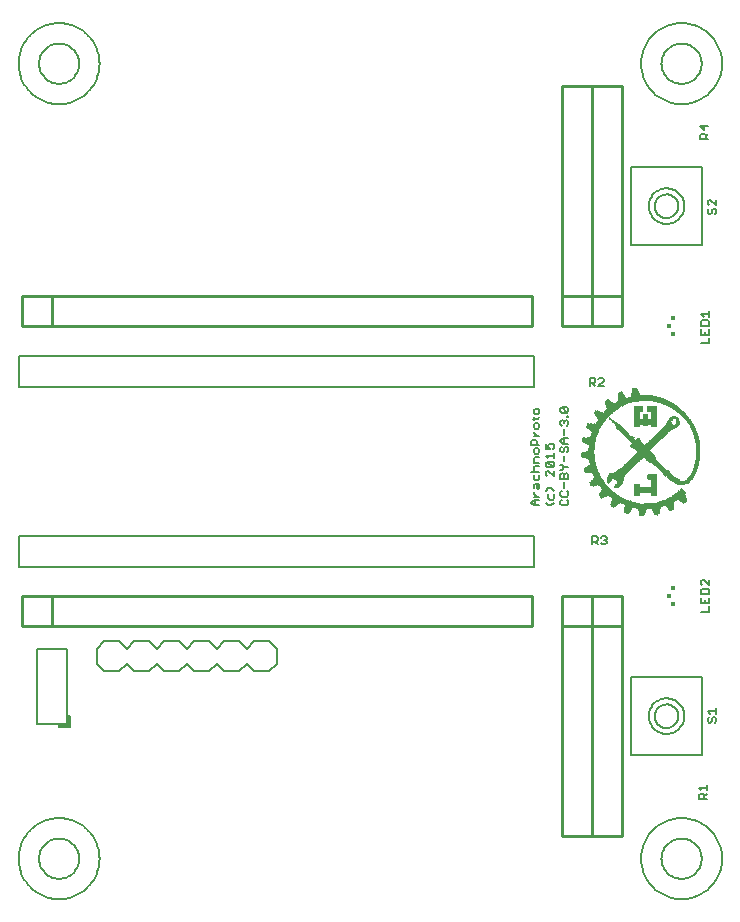
<source format=gto>
G75*
%MOIN*%
%OFA0B0*%
%FSLAX24Y24*%
%IPPOS*%
%LPD*%
%AMOC8*
5,1,8,0,0,1.08239X$1,22.5*
%
%ADD10C,0.0050*%
%ADD11C,0.0100*%
%ADD12R,0.0167X0.0128*%
%ADD13R,0.0138X0.0138*%
%ADD14R,0.0017X0.0483*%
%ADD15R,0.0017X0.0700*%
%ADD16R,0.0017X0.0867*%
%ADD17R,0.0017X0.1000*%
%ADD18R,0.0017X0.1117*%
%ADD19R,0.0017X0.1217*%
%ADD20R,0.0017X0.1300*%
%ADD21R,0.0017X0.0517*%
%ADD22R,0.0017X0.0550*%
%ADD23R,0.0017X0.0450*%
%ADD24R,0.0017X0.0400*%
%ADD25R,0.0017X0.0417*%
%ADD26R,0.0017X0.0367*%
%ADD27R,0.0017X0.0383*%
%ADD28R,0.0017X0.0333*%
%ADD29R,0.0017X0.0350*%
%ADD30R,0.0017X0.0317*%
%ADD31R,0.0017X0.0283*%
%ADD32R,0.0017X0.0300*%
%ADD33R,0.0017X0.0283*%
%ADD34R,0.0017X0.0283*%
%ADD35R,0.0017X0.0250*%
%ADD36R,0.0017X0.0233*%
%ADD37R,0.0017X0.0267*%
%ADD38R,0.0017X0.0217*%
%ADD39R,0.0017X0.0267*%
%ADD40R,0.0017X0.0200*%
%ADD41R,0.0017X0.0250*%
%ADD42R,0.0017X0.0183*%
%ADD43R,0.0017X0.0233*%
%ADD44R,0.0017X0.0183*%
%ADD45R,0.0017X0.0183*%
%ADD46R,0.0017X0.0167*%
%ADD47R,0.0017X0.0167*%
%ADD48R,0.0017X0.0217*%
%ADD49R,0.0017X0.0067*%
%ADD50R,0.0017X0.0150*%
%ADD51R,0.0017X0.0200*%
%ADD52R,0.0017X0.0133*%
%ADD53R,0.0017X0.0217*%
%ADD54R,0.0017X0.0017*%
%ADD55R,0.0017X0.0133*%
%ADD56R,0.0017X0.0217*%
%ADD57R,0.0017X0.0050*%
%ADD58R,0.0017X0.0300*%
%ADD59R,0.0017X0.0083*%
%ADD60R,0.0017X0.0133*%
%ADD61R,0.0017X0.0433*%
%ADD62R,0.0017X0.0133*%
%ADD63R,0.0017X0.0117*%
%ADD64R,0.0017X0.0467*%
%ADD65R,0.0017X0.0117*%
%ADD66R,0.0017X0.0483*%
%ADD67R,0.0017X0.0467*%
%ADD68R,0.0017X0.0383*%
%ADD69R,0.0017X0.0350*%
%ADD70R,0.0017X0.0150*%
%ADD71R,0.0017X0.0317*%
%ADD72R,0.0017X0.0283*%
%ADD73R,0.0017X0.0167*%
%ADD74R,0.0017X0.0267*%
%ADD75R,0.0017X0.0167*%
%ADD76R,0.0017X0.0100*%
%ADD77R,0.0017X0.0100*%
%ADD78R,0.0017X0.0233*%
%ADD79R,0.0017X0.0117*%
%ADD80R,0.0017X0.0500*%
%ADD81R,0.0017X0.0083*%
%ADD82R,0.0017X0.0500*%
%ADD83R,0.0017X0.0483*%
%ADD84R,0.0017X0.0233*%
%ADD85R,0.0017X0.0450*%
%ADD86R,0.0017X0.0433*%
%ADD87R,0.0017X0.0417*%
%ADD88R,0.0017X0.0183*%
%ADD89R,0.0017X0.0433*%
%ADD90R,0.0017X0.0333*%
%ADD91R,0.0017X0.0400*%
%ADD92R,0.0017X0.0367*%
%ADD93R,0.0017X0.0017*%
%ADD94R,0.0017X0.0333*%
%ADD95R,0.0017X0.0383*%
%ADD96R,0.0017X0.0433*%
%ADD97R,0.0017X0.0717*%
%ADD98R,0.0017X0.0700*%
%ADD99R,0.0017X0.0717*%
%ADD100R,0.0017X0.0317*%
%ADD101R,0.0017X0.0333*%
%ADD102R,0.0017X0.0733*%
%ADD103R,0.0017X0.0717*%
%ADD104R,0.0017X0.0683*%
%ADD105R,0.0017X0.0650*%
%ADD106R,0.0017X0.0617*%
%ADD107R,0.0017X0.0600*%
%ADD108R,0.0017X0.0567*%
%ADD109R,0.0017X0.0367*%
%ADD110R,0.0017X0.0533*%
%ADD111R,0.0017X0.0367*%
%ADD112R,0.0017X0.0417*%
%ADD113R,0.0017X0.0550*%
%ADD114R,0.0017X0.0583*%
%ADD115R,0.0017X0.0733*%
%ADD116R,0.0017X0.0383*%
%ADD117R,0.0017X0.0767*%
%ADD118R,0.0017X0.0783*%
%ADD119R,0.0017X0.0033*%
%ADD120R,0.0017X0.0067*%
%ADD121R,0.0017X0.0533*%
%ADD122R,0.0017X0.0567*%
%ADD123R,0.0017X0.0517*%
%ADD124R,0.0017X0.0567*%
%ADD125R,0.0017X0.0517*%
%ADD126R,0.0017X0.0317*%
%ADD127R,0.0017X0.0067*%
%ADD128R,0.0017X0.0033*%
%ADD129R,0.0017X0.0467*%
%ADD130R,0.0017X0.0583*%
%ADD131R,0.0017X0.0600*%
%ADD132R,0.0017X0.0633*%
%ADD133R,0.0017X0.0683*%
%ADD134R,0.0017X0.0650*%
%ADD135R,0.0017X0.0717*%
%ADD136R,0.0017X0.0533*%
%ADD137R,0.0017X0.0883*%
%ADD138R,0.0017X0.0750*%
%ADD139R,0.0017X0.0883*%
%ADD140R,0.0017X0.0033*%
%ADD141R,0.0017X0.1717*%
%ADD142R,0.0017X0.1683*%
%ADD143R,0.0017X0.1650*%
%ADD144R,0.0017X0.1633*%
%ADD145R,0.0017X0.1333*%
%ADD146R,0.0017X0.1283*%
%ADD147R,0.0017X0.1233*%
%ADD148R,0.0017X0.1183*%
%ADD149R,0.0017X0.0867*%
%ADD150R,0.0017X0.0767*%
%ADD151R,0.0017X0.0050*%
%ADD152C,0.0060*%
%ADD153C,0.0080*%
D10*
X001050Y006300D02*
X001050Y008800D01*
X002050Y008800D01*
X002050Y006550D01*
X002100Y006550D01*
X002150Y006550D01*
X002150Y006200D01*
X001800Y006200D01*
X001800Y006250D01*
X001800Y006300D01*
X001050Y006300D01*
X001800Y006300D02*
X002050Y006300D01*
X002050Y006550D01*
X002100Y006550D02*
X002100Y006250D01*
X001800Y006250D01*
X000452Y011538D02*
X000452Y012562D01*
X017648Y012562D01*
X017648Y011538D01*
X000452Y011538D01*
X000452Y017538D02*
X000452Y018562D01*
X017648Y018562D01*
X017648Y017538D01*
X000452Y017538D01*
X017590Y016468D02*
X017770Y016468D01*
X017815Y016513D01*
X017770Y016620D02*
X017815Y016665D01*
X017815Y016755D01*
X017770Y016800D01*
X017680Y016800D01*
X017635Y016755D01*
X017635Y016665D01*
X017680Y016620D01*
X017770Y016620D01*
X017635Y016513D02*
X017635Y016423D01*
X017680Y016309D02*
X017635Y016264D01*
X017635Y016174D01*
X017680Y016129D01*
X017770Y016129D01*
X017815Y016174D01*
X017815Y016264D01*
X017770Y016309D01*
X017680Y016309D01*
X017635Y016018D02*
X017635Y015973D01*
X017725Y015883D01*
X017815Y015883D02*
X017635Y015883D01*
X017680Y015769D02*
X017725Y015724D01*
X017725Y015588D01*
X017815Y015588D02*
X017545Y015588D01*
X017545Y015724D01*
X017590Y015769D01*
X017680Y015769D01*
X017680Y015474D02*
X017635Y015429D01*
X017635Y015339D01*
X017680Y015294D01*
X017770Y015294D01*
X017815Y015339D01*
X017815Y015429D01*
X017770Y015474D01*
X017680Y015474D01*
X017680Y015179D02*
X017815Y015179D01*
X017680Y015179D02*
X017635Y015134D01*
X017635Y014999D01*
X017815Y014999D01*
X017815Y014885D02*
X017680Y014885D01*
X017635Y014840D01*
X017635Y014750D01*
X017680Y014704D01*
X017635Y014590D02*
X017635Y014455D01*
X017680Y014410D01*
X017770Y014410D01*
X017815Y014455D01*
X017815Y014590D01*
X017815Y014704D02*
X017545Y014704D01*
X017680Y014295D02*
X017815Y014295D01*
X017815Y014160D01*
X017770Y014115D01*
X017725Y014160D01*
X017725Y014295D01*
X017680Y014295D02*
X017635Y014250D01*
X017635Y014160D01*
X017635Y014005D02*
X017635Y013960D01*
X017725Y013870D01*
X017815Y013870D02*
X017635Y013870D01*
X017635Y013755D02*
X017815Y013755D01*
X017680Y013755D02*
X017680Y013575D01*
X017635Y013575D02*
X017545Y013665D01*
X017635Y013755D01*
X017635Y013575D02*
X017815Y013575D01*
X018025Y013665D02*
X018115Y013575D01*
X018205Y013575D01*
X018295Y013665D01*
X018250Y013771D02*
X018295Y013816D01*
X018295Y013952D01*
X018295Y014066D02*
X018205Y014156D01*
X018115Y014156D01*
X018025Y014066D01*
X018115Y013952D02*
X018115Y013816D01*
X018160Y013771D01*
X018250Y013771D01*
X018505Y013710D02*
X018505Y013620D01*
X018550Y013575D01*
X018730Y013575D01*
X018775Y013620D01*
X018775Y013710D01*
X018730Y013755D01*
X018730Y013870D02*
X018775Y013915D01*
X018775Y014005D01*
X018730Y014050D01*
X018640Y014164D02*
X018640Y014344D01*
X018640Y014459D02*
X018640Y014594D01*
X018685Y014639D01*
X018730Y014639D01*
X018775Y014594D01*
X018775Y014459D01*
X018505Y014459D01*
X018505Y014594D01*
X018550Y014639D01*
X018595Y014639D01*
X018640Y014594D01*
X018550Y014754D02*
X018505Y014754D01*
X018550Y014754D02*
X018640Y014844D01*
X018775Y014844D01*
X018640Y014844D02*
X018550Y014934D01*
X018505Y014934D01*
X018640Y015048D02*
X018640Y015228D01*
X018595Y015343D02*
X018640Y015388D01*
X018640Y015478D01*
X018685Y015523D01*
X018730Y015523D01*
X018775Y015478D01*
X018775Y015388D01*
X018730Y015343D01*
X018595Y015343D02*
X018550Y015343D01*
X018505Y015388D01*
X018505Y015478D01*
X018550Y015523D01*
X018595Y015638D02*
X018505Y015728D01*
X018595Y015818D01*
X018775Y015818D01*
X018640Y015818D02*
X018640Y015638D01*
X018595Y015638D02*
X018775Y015638D01*
X018640Y015932D02*
X018640Y016112D01*
X018730Y016227D02*
X018775Y016272D01*
X018775Y016362D01*
X018730Y016407D01*
X018685Y016407D01*
X018640Y016362D01*
X018640Y016317D01*
X018640Y016362D02*
X018595Y016407D01*
X018550Y016407D01*
X018505Y016362D01*
X018505Y016272D01*
X018550Y016227D01*
X018730Y016522D02*
X018730Y016567D01*
X018775Y016567D01*
X018775Y016522D01*
X018730Y016522D01*
X018730Y016669D02*
X018550Y016849D01*
X018730Y016849D01*
X018775Y016804D01*
X018775Y016714D01*
X018730Y016669D01*
X018550Y016669D01*
X018505Y016714D01*
X018505Y016804D01*
X018550Y016849D01*
X019486Y017555D02*
X019486Y017825D01*
X019621Y017825D01*
X019666Y017780D01*
X019666Y017690D01*
X019621Y017645D01*
X019486Y017645D01*
X019576Y017645D02*
X019666Y017555D01*
X019780Y017555D02*
X019961Y017735D01*
X019961Y017780D01*
X019915Y017825D01*
X019825Y017825D01*
X019780Y017780D01*
X019780Y017555D02*
X019961Y017555D01*
X018250Y015621D02*
X018295Y015576D01*
X018295Y015486D01*
X018250Y015441D01*
X018160Y015441D02*
X018115Y015531D01*
X018115Y015576D01*
X018160Y015621D01*
X018250Y015621D01*
X018160Y015441D02*
X018025Y015441D01*
X018025Y015621D01*
X018025Y015237D02*
X018295Y015237D01*
X018295Y015327D02*
X018295Y015146D01*
X018250Y015032D02*
X018295Y014987D01*
X018295Y014897D01*
X018250Y014852D01*
X018070Y015032D01*
X018250Y015032D01*
X018115Y015146D02*
X018025Y015237D01*
X018070Y015032D02*
X018025Y014987D01*
X018025Y014897D01*
X018070Y014852D01*
X018250Y014852D01*
X018295Y014737D02*
X018295Y014557D01*
X018115Y014737D01*
X018070Y014737D01*
X018025Y014692D01*
X018025Y014602D01*
X018070Y014557D01*
X018550Y014050D02*
X018505Y014005D01*
X018505Y013915D01*
X018550Y013870D01*
X018730Y013870D01*
X018550Y013755D02*
X018505Y013710D01*
X019575Y012545D02*
X019575Y012275D01*
X019575Y012365D02*
X019710Y012365D01*
X019755Y012410D01*
X019755Y012500D01*
X019710Y012545D01*
X019575Y012545D01*
X019665Y012365D02*
X019755Y012275D01*
X019870Y012320D02*
X019915Y012275D01*
X020005Y012275D01*
X020050Y012320D01*
X020050Y012365D01*
X020005Y012410D01*
X019960Y012410D01*
X020005Y012410D02*
X020050Y012455D01*
X020050Y012500D01*
X020005Y012545D01*
X019915Y012545D01*
X019870Y012500D01*
X023195Y011044D02*
X023195Y010954D01*
X023240Y010909D01*
X023240Y010794D02*
X023195Y010749D01*
X023195Y010614D01*
X023465Y010614D01*
X023465Y010749D01*
X023420Y010794D01*
X023240Y010794D01*
X023465Y010909D02*
X023285Y011089D01*
X023240Y011089D01*
X023195Y011044D01*
X023465Y011089D02*
X023465Y010909D01*
X023465Y010500D02*
X023465Y010320D01*
X023195Y010320D01*
X023195Y010500D01*
X023330Y010410D02*
X023330Y010320D01*
X023465Y010205D02*
X023465Y010025D01*
X023195Y010025D01*
X023231Y007849D02*
X020869Y007849D01*
X020869Y005251D01*
X023231Y005251D01*
X023231Y007849D01*
X023695Y006811D02*
X023695Y006630D01*
X023695Y006720D02*
X023425Y006720D01*
X023515Y006630D01*
X023470Y006516D02*
X023425Y006471D01*
X023425Y006381D01*
X023470Y006336D01*
X023515Y006336D01*
X023560Y006381D01*
X023560Y006471D01*
X023605Y006516D01*
X023650Y006516D01*
X023695Y006471D01*
X023695Y006381D01*
X023650Y006336D01*
X021656Y006550D02*
X021658Y006589D01*
X021664Y006628D01*
X021674Y006666D01*
X021687Y006703D01*
X021704Y006738D01*
X021724Y006772D01*
X021748Y006803D01*
X021775Y006832D01*
X021804Y006858D01*
X021836Y006881D01*
X021870Y006901D01*
X021906Y006917D01*
X021943Y006929D01*
X021982Y006938D01*
X022021Y006943D01*
X022060Y006944D01*
X022099Y006941D01*
X022138Y006934D01*
X022175Y006923D01*
X022212Y006909D01*
X022247Y006891D01*
X022280Y006870D01*
X022311Y006845D01*
X022339Y006818D01*
X022364Y006788D01*
X022386Y006755D01*
X022405Y006721D01*
X022420Y006685D01*
X022432Y006647D01*
X022440Y006609D01*
X022444Y006570D01*
X022444Y006530D01*
X022440Y006491D01*
X022432Y006453D01*
X022420Y006415D01*
X022405Y006379D01*
X022386Y006345D01*
X022364Y006312D01*
X022339Y006282D01*
X022311Y006255D01*
X022280Y006230D01*
X022247Y006209D01*
X022212Y006191D01*
X022175Y006177D01*
X022138Y006166D01*
X022099Y006159D01*
X022060Y006156D01*
X022021Y006157D01*
X021982Y006162D01*
X021943Y006171D01*
X021906Y006183D01*
X021870Y006199D01*
X021836Y006219D01*
X021804Y006242D01*
X021775Y006268D01*
X021748Y006297D01*
X021724Y006328D01*
X021704Y006362D01*
X021687Y006397D01*
X021674Y006434D01*
X021664Y006472D01*
X021658Y006511D01*
X021656Y006550D01*
X021458Y006550D02*
X021460Y006598D01*
X021466Y006646D01*
X021476Y006693D01*
X021489Y006740D01*
X021507Y006785D01*
X021528Y006828D01*
X021552Y006870D01*
X021580Y006910D01*
X021611Y006947D01*
X021644Y006981D01*
X021681Y007013D01*
X021720Y007041D01*
X021761Y007067D01*
X021804Y007089D01*
X021849Y007107D01*
X021895Y007121D01*
X021942Y007132D01*
X021990Y007139D01*
X022038Y007142D01*
X022086Y007141D01*
X022134Y007136D01*
X022182Y007127D01*
X022228Y007114D01*
X022274Y007098D01*
X022318Y007078D01*
X022360Y007054D01*
X022400Y007028D01*
X022438Y006997D01*
X022473Y006964D01*
X022505Y006928D01*
X022535Y006890D01*
X022561Y006849D01*
X022583Y006807D01*
X022603Y006763D01*
X022618Y006717D01*
X022630Y006670D01*
X022638Y006622D01*
X022642Y006574D01*
X022642Y006526D01*
X022638Y006478D01*
X022630Y006430D01*
X022618Y006383D01*
X022603Y006337D01*
X022583Y006293D01*
X022561Y006251D01*
X022535Y006210D01*
X022505Y006172D01*
X022473Y006136D01*
X022438Y006103D01*
X022400Y006072D01*
X022360Y006046D01*
X022318Y006022D01*
X022274Y006002D01*
X022228Y005986D01*
X022182Y005973D01*
X022134Y005964D01*
X022086Y005959D01*
X022038Y005958D01*
X021990Y005961D01*
X021942Y005968D01*
X021895Y005979D01*
X021849Y005993D01*
X021804Y006011D01*
X021761Y006033D01*
X021720Y006059D01*
X021681Y006087D01*
X021644Y006119D01*
X021611Y006153D01*
X021580Y006190D01*
X021552Y006230D01*
X021528Y006272D01*
X021507Y006315D01*
X021489Y006360D01*
X021476Y006407D01*
X021466Y006454D01*
X021460Y006502D01*
X021458Y006550D01*
X023125Y004170D02*
X023395Y004170D01*
X023395Y004080D02*
X023395Y004261D01*
X023215Y004080D02*
X023125Y004170D01*
X023170Y003966D02*
X023125Y003921D01*
X023125Y003786D01*
X023395Y003786D01*
X023305Y003786D02*
X023305Y003921D01*
X023260Y003966D01*
X023170Y003966D01*
X023305Y003876D02*
X023395Y003966D01*
X023465Y018975D02*
X023195Y018975D01*
X023465Y018975D02*
X023465Y019155D01*
X023465Y019270D02*
X023195Y019270D01*
X023195Y019450D01*
X023195Y019564D02*
X023195Y019699D01*
X023240Y019744D01*
X023420Y019744D01*
X023465Y019699D01*
X023465Y019564D01*
X023195Y019564D01*
X023330Y019360D02*
X023330Y019270D01*
X023465Y019270D02*
X023465Y019450D01*
X023465Y019859D02*
X023465Y020039D01*
X023465Y019949D02*
X023195Y019949D01*
X023285Y019859D01*
X023231Y022251D02*
X020869Y022251D01*
X020869Y024849D01*
X023231Y024849D01*
X023231Y022251D01*
X023470Y023286D02*
X023515Y023286D01*
X023560Y023331D01*
X023560Y023421D01*
X023605Y023466D01*
X023650Y023466D01*
X023695Y023421D01*
X023695Y023331D01*
X023650Y023286D01*
X023470Y023286D02*
X023425Y023331D01*
X023425Y023421D01*
X023470Y023466D01*
X023470Y023580D02*
X023425Y023625D01*
X023425Y023715D01*
X023470Y023761D01*
X023515Y023761D01*
X023695Y023580D01*
X023695Y023761D01*
X021656Y023550D02*
X021658Y023589D01*
X021664Y023628D01*
X021674Y023666D01*
X021687Y023703D01*
X021704Y023738D01*
X021724Y023772D01*
X021748Y023803D01*
X021775Y023832D01*
X021804Y023858D01*
X021836Y023881D01*
X021870Y023901D01*
X021906Y023917D01*
X021943Y023929D01*
X021982Y023938D01*
X022021Y023943D01*
X022060Y023944D01*
X022099Y023941D01*
X022138Y023934D01*
X022175Y023923D01*
X022212Y023909D01*
X022247Y023891D01*
X022280Y023870D01*
X022311Y023845D01*
X022339Y023818D01*
X022364Y023788D01*
X022386Y023755D01*
X022405Y023721D01*
X022420Y023685D01*
X022432Y023647D01*
X022440Y023609D01*
X022444Y023570D01*
X022444Y023530D01*
X022440Y023491D01*
X022432Y023453D01*
X022420Y023415D01*
X022405Y023379D01*
X022386Y023345D01*
X022364Y023312D01*
X022339Y023282D01*
X022311Y023255D01*
X022280Y023230D01*
X022247Y023209D01*
X022212Y023191D01*
X022175Y023177D01*
X022138Y023166D01*
X022099Y023159D01*
X022060Y023156D01*
X022021Y023157D01*
X021982Y023162D01*
X021943Y023171D01*
X021906Y023183D01*
X021870Y023199D01*
X021836Y023219D01*
X021804Y023242D01*
X021775Y023268D01*
X021748Y023297D01*
X021724Y023328D01*
X021704Y023362D01*
X021687Y023397D01*
X021674Y023434D01*
X021664Y023472D01*
X021658Y023511D01*
X021656Y023550D01*
X021458Y023550D02*
X021460Y023598D01*
X021466Y023646D01*
X021476Y023693D01*
X021489Y023740D01*
X021507Y023785D01*
X021528Y023828D01*
X021552Y023870D01*
X021580Y023910D01*
X021611Y023947D01*
X021644Y023981D01*
X021681Y024013D01*
X021720Y024041D01*
X021761Y024067D01*
X021804Y024089D01*
X021849Y024107D01*
X021895Y024121D01*
X021942Y024132D01*
X021990Y024139D01*
X022038Y024142D01*
X022086Y024141D01*
X022134Y024136D01*
X022182Y024127D01*
X022228Y024114D01*
X022274Y024098D01*
X022318Y024078D01*
X022360Y024054D01*
X022400Y024028D01*
X022438Y023997D01*
X022473Y023964D01*
X022505Y023928D01*
X022535Y023890D01*
X022561Y023849D01*
X022583Y023807D01*
X022603Y023763D01*
X022618Y023717D01*
X022630Y023670D01*
X022638Y023622D01*
X022642Y023574D01*
X022642Y023526D01*
X022638Y023478D01*
X022630Y023430D01*
X022618Y023383D01*
X022603Y023337D01*
X022583Y023293D01*
X022561Y023251D01*
X022535Y023210D01*
X022505Y023172D01*
X022473Y023136D01*
X022438Y023103D01*
X022400Y023072D01*
X022360Y023046D01*
X022318Y023022D01*
X022274Y023002D01*
X022228Y022986D01*
X022182Y022973D01*
X022134Y022964D01*
X022086Y022959D01*
X022038Y022958D01*
X021990Y022961D01*
X021942Y022968D01*
X021895Y022979D01*
X021849Y022993D01*
X021804Y023011D01*
X021761Y023033D01*
X021720Y023059D01*
X021681Y023087D01*
X021644Y023119D01*
X021611Y023153D01*
X021580Y023190D01*
X021552Y023230D01*
X021528Y023272D01*
X021507Y023315D01*
X021489Y023360D01*
X021476Y023407D01*
X021466Y023454D01*
X021460Y023502D01*
X021458Y023550D01*
X023175Y025786D02*
X023175Y025921D01*
X023220Y025966D01*
X023310Y025966D01*
X023355Y025921D01*
X023355Y025786D01*
X023355Y025876D02*
X023445Y025966D01*
X023310Y026080D02*
X023310Y026261D01*
X023445Y026215D02*
X023175Y026215D01*
X023310Y026080D01*
X023445Y025786D02*
X023175Y025786D01*
D11*
X020550Y027550D02*
X020550Y019550D01*
X019550Y019550D01*
X019550Y020550D01*
X020550Y020550D01*
X019550Y020550D02*
X019550Y027550D01*
X020550Y027550D01*
X019550Y027550D02*
X019550Y019550D01*
X018550Y019550D01*
X018550Y020550D01*
X019550Y020550D01*
X018550Y020550D02*
X018550Y027550D01*
X019550Y027550D01*
X017550Y020550D02*
X017550Y019550D01*
X000550Y019550D01*
X000550Y020550D01*
X001550Y020550D01*
X001550Y019550D01*
X001550Y020550D02*
X017550Y020550D01*
X017550Y010550D02*
X017550Y009550D01*
X000550Y009550D01*
X000550Y010550D01*
X001550Y010550D01*
X001550Y009550D01*
X001550Y010550D02*
X017550Y010550D01*
X018550Y010550D02*
X018550Y002550D01*
X019550Y002550D01*
X019550Y009550D01*
X018550Y009550D01*
X018550Y010550D02*
X019550Y010550D01*
X019550Y009550D01*
X020550Y009550D01*
X020550Y002550D01*
X019550Y002550D01*
X019550Y010550D01*
X020550Y010550D01*
X020550Y009550D01*
D12*
X022271Y010279D03*
X022271Y010821D03*
X022271Y019279D03*
X022271Y019821D03*
D13*
X022119Y019550D03*
X022119Y010550D03*
D14*
X022183Y013617D03*
X022217Y013633D03*
X022233Y013633D03*
X023167Y015367D03*
X020167Y016817D03*
X019733Y016117D03*
X019767Y014483D03*
D15*
X021000Y016525D03*
X021050Y016525D03*
X021100Y016525D03*
X021150Y016525D03*
X021600Y016525D03*
X021650Y016525D03*
X021700Y016525D03*
X023150Y015375D03*
D16*
X023133Y015375D03*
D17*
X023117Y015375D03*
D18*
X023100Y015383D03*
D19*
X023083Y015383D03*
D20*
X023067Y015375D03*
D21*
X023050Y014950D03*
X021250Y015400D03*
X020300Y013750D03*
D22*
X020550Y014533D03*
X019850Y016433D03*
X023050Y015800D03*
D23*
X023033Y015883D03*
X022167Y016267D03*
X021283Y015400D03*
X021083Y015583D03*
X019783Y014467D03*
X020683Y013550D03*
X020717Y013533D03*
X020733Y013533D03*
X020767Y013517D03*
X020783Y013517D03*
X021767Y013467D03*
X022167Y013617D03*
X022617Y013867D03*
X022633Y013850D03*
X023033Y014867D03*
X021067Y017267D03*
X020983Y017250D03*
D24*
X020917Y017208D03*
X020617Y017092D03*
X020217Y016825D03*
X020917Y015675D03*
X020933Y015675D03*
X020633Y014692D03*
X020383Y013742D03*
X020817Y013525D03*
X021317Y013442D03*
X022133Y013625D03*
X022533Y013908D03*
X023017Y014808D03*
D25*
X023017Y015950D03*
X021083Y017250D03*
X020367Y013750D03*
D26*
X020850Y013542D03*
X023000Y014758D03*
X022050Y016108D03*
D27*
X023000Y016000D03*
X020400Y013750D03*
D28*
X020083Y014058D03*
X019867Y014358D03*
X020717Y014792D03*
X020733Y014808D03*
X020767Y014842D03*
X020783Y014858D03*
X020817Y014892D03*
X020833Y014908D03*
X020867Y014942D03*
X020883Y014958D03*
X020917Y014992D03*
X020933Y015008D03*
X020967Y015042D03*
X020983Y015058D03*
X021017Y015092D03*
X021033Y015108D03*
X021067Y015142D03*
X021083Y015158D03*
X021583Y015642D03*
X021633Y015692D03*
X021683Y015742D03*
X021733Y015792D03*
X021783Y015842D03*
X021833Y015892D03*
X021883Y015942D03*
X022417Y016342D03*
X022967Y016092D03*
X022983Y014708D03*
D29*
X022117Y013633D03*
X020683Y014767D03*
X021033Y015583D03*
X021017Y015600D03*
X021517Y015583D03*
X021533Y015600D03*
X021917Y015967D03*
X021933Y015983D03*
X021967Y016017D03*
X021983Y016033D03*
X022017Y016067D03*
X022033Y016083D03*
X022983Y016050D03*
X021117Y017217D03*
X020067Y014067D03*
X020417Y013750D03*
D30*
X019917Y014283D03*
X020983Y015617D03*
X021567Y015167D03*
X021617Y015117D03*
X021667Y015067D03*
X022967Y014667D03*
X020017Y016567D03*
X019983Y016517D03*
D31*
X022950Y014633D03*
D32*
X022950Y016125D03*
X020900Y017142D03*
X020050Y016592D03*
X020000Y016542D03*
X020150Y014458D03*
X020450Y013758D03*
D33*
X021367Y013500D03*
X022067Y013650D03*
X022933Y014600D03*
X022917Y016200D03*
X019767Y016600D03*
D34*
X020083Y016633D03*
X019567Y016167D03*
X020683Y017067D03*
X020367Y014567D03*
X021133Y013517D03*
X021617Y013517D03*
X022933Y016167D03*
D35*
X022867Y016283D03*
X022917Y014567D03*
X022433Y013900D03*
X022417Y013883D03*
X022367Y013850D03*
X022317Y013817D03*
X022683Y013783D03*
X022183Y014533D03*
X022083Y014633D03*
X022017Y014667D03*
X021983Y014700D03*
X021967Y014717D03*
X020483Y013767D03*
X020233Y013950D03*
X020183Y013983D03*
X020167Y014000D03*
X020133Y014033D03*
X019883Y013933D03*
X019617Y014333D03*
X019467Y014783D03*
X019417Y015250D03*
X019383Y015250D03*
X019417Y015717D03*
X019433Y015717D03*
X019533Y016183D03*
X020067Y016950D03*
X020317Y016833D03*
X020367Y016867D03*
X020383Y016883D03*
X020417Y016900D03*
X020433Y016917D03*
X020333Y014567D03*
X020217Y014533D03*
X020117Y014433D03*
D36*
X020500Y013758D03*
X020250Y013642D03*
X021200Y014092D03*
X021250Y014092D03*
X021300Y014092D03*
X021350Y014092D03*
X021400Y014092D03*
X021450Y014092D03*
X021500Y014092D03*
X021550Y014092D03*
X022050Y014642D03*
X021750Y014942D03*
X021700Y014992D03*
X020900Y015758D03*
X020850Y015792D03*
X020800Y015842D03*
X021200Y016358D03*
X021250Y016358D03*
X021450Y016358D03*
X021500Y016358D03*
X021550Y016358D03*
X020850Y017092D03*
X020750Y017058D03*
X022800Y016392D03*
X022900Y014542D03*
X022350Y013842D03*
X022300Y013808D03*
D37*
X022150Y014575D03*
X022100Y014625D03*
X020900Y013575D03*
X019550Y016175D03*
X020300Y016825D03*
X021150Y017175D03*
X022900Y016225D03*
D38*
X022767Y016433D03*
X022467Y016333D03*
X021383Y017167D03*
X021367Y017167D03*
X021333Y017167D03*
X021317Y017167D03*
X021283Y017167D03*
X021267Y017167D03*
X021233Y017167D03*
X021217Y017167D03*
X021183Y017167D03*
X021167Y017167D03*
X020817Y017083D03*
X020767Y017067D03*
X020867Y015783D03*
X021767Y014933D03*
X021783Y014917D03*
X021817Y014883D03*
X021833Y014867D03*
X021867Y014833D03*
X021883Y014817D03*
X021917Y014783D03*
X021933Y014767D03*
X022267Y014467D03*
X022317Y014433D03*
X022867Y014483D03*
X022883Y014517D03*
X022033Y013667D03*
X022017Y013667D03*
X020567Y013733D03*
X020317Y014567D03*
X020283Y014567D03*
X020267Y014567D03*
X019583Y014317D03*
X019417Y014767D03*
X019367Y015733D03*
X019717Y016633D03*
D39*
X020333Y016842D03*
X019467Y015708D03*
X019433Y015258D03*
X019483Y014792D03*
X019633Y014342D03*
X020133Y014442D03*
X020183Y014492D03*
X020117Y014042D03*
X020467Y013758D03*
X022117Y014608D03*
X022133Y014592D03*
X022167Y014558D03*
X022217Y016208D03*
X022883Y016258D03*
D40*
X022650Y016575D03*
X022600Y016625D03*
X021550Y016775D03*
X021600Y017142D03*
X021500Y017158D03*
X021450Y017158D03*
X020500Y016158D03*
X020550Y016108D03*
X020600Y016058D03*
X020650Y016008D03*
X020700Y015958D03*
X020750Y015908D03*
X020250Y014558D03*
X020550Y013742D03*
X020650Y013692D03*
X021900Y013625D03*
X021950Y013642D03*
X022000Y013658D03*
X022350Y014408D03*
X022300Y014442D03*
X022850Y014475D03*
D41*
X022400Y013867D03*
X022050Y013667D03*
X021850Y013583D03*
X021600Y013533D03*
X022000Y014683D03*
X022850Y016317D03*
X020450Y016917D03*
X020400Y016883D03*
X019400Y015250D03*
X020350Y014567D03*
X020150Y014017D03*
X020250Y013933D03*
D42*
X021417Y013550D03*
X021433Y013550D03*
X021467Y013550D03*
X021483Y013550D03*
X021517Y013550D03*
X021533Y013550D03*
X021567Y013550D03*
X022367Y014400D03*
X022783Y014400D03*
X022833Y014450D03*
X022567Y016650D03*
X022517Y016700D03*
X022317Y016850D03*
X021933Y017050D03*
X021783Y017100D03*
X021767Y017100D03*
X021533Y017150D03*
X019283Y015250D03*
D43*
X019517Y016192D03*
X020833Y015808D03*
X021167Y016358D03*
X021183Y016358D03*
X021217Y016358D03*
X021233Y016358D03*
X021267Y016358D03*
X021467Y016358D03*
X021483Y016358D03*
X021517Y016358D03*
X021533Y016358D03*
X020833Y017092D03*
X020733Y017058D03*
X020717Y017058D03*
X021683Y015008D03*
X021733Y014958D03*
X022033Y014658D03*
X022067Y014642D03*
X022217Y014508D03*
X022233Y014492D03*
X022383Y013858D03*
X021533Y014092D03*
X021517Y014092D03*
X021483Y014092D03*
X021467Y014092D03*
X021433Y014092D03*
X021417Y014092D03*
X021383Y014092D03*
X021367Y014092D03*
X021333Y014092D03*
X021317Y014092D03*
X021283Y014092D03*
X021267Y014092D03*
X021233Y014092D03*
X021217Y014092D03*
X021183Y014092D03*
X021167Y014092D03*
X020217Y013958D03*
X022817Y016358D03*
X022833Y016342D03*
X022783Y016408D03*
D44*
X022583Y016633D03*
X022533Y016683D03*
X022483Y016733D03*
X022433Y016767D03*
X022417Y016783D03*
X022367Y016817D03*
X022267Y016883D03*
X022217Y016917D03*
X022183Y016933D03*
X022117Y016967D03*
X022083Y016983D03*
X022017Y017017D03*
X021967Y017033D03*
X021883Y017067D03*
X021833Y017083D03*
X021817Y017083D03*
X021733Y017117D03*
X021717Y017117D03*
X021683Y017117D03*
X021667Y017133D03*
X021633Y017133D03*
X021617Y017133D03*
X021533Y016783D03*
X021517Y016783D03*
X021483Y016783D03*
X021233Y016783D03*
X021217Y016783D03*
X021183Y016783D03*
X020467Y016183D03*
X020883Y015783D03*
X021517Y014517D03*
X021533Y014517D03*
X022383Y014383D03*
X022817Y014433D03*
X021867Y013617D03*
X021117Y013567D03*
X021083Y013567D03*
X021067Y013567D03*
X021033Y013583D03*
X021017Y013583D03*
X020983Y013583D03*
X022233Y016183D03*
D45*
X022550Y016667D03*
X022500Y016717D03*
X022350Y016833D03*
X021700Y017117D03*
X021650Y017133D03*
X021500Y016783D03*
X021200Y016783D03*
X020050Y016967D03*
X019450Y016217D03*
X021000Y013583D03*
X021050Y013567D03*
X021100Y013567D03*
X021550Y014517D03*
X022400Y014383D03*
X022800Y014417D03*
X022700Y013767D03*
D46*
X022483Y014342D03*
X022433Y014358D03*
X022767Y014392D03*
X022467Y016742D03*
X022383Y016808D03*
X022333Y016842D03*
X022233Y016908D03*
X022167Y016942D03*
X022133Y016958D03*
X022067Y016992D03*
X022033Y017008D03*
X021917Y017058D03*
X021467Y016792D03*
X021433Y016792D03*
X021267Y016792D03*
X020433Y016192D03*
X020417Y016208D03*
X020383Y016242D03*
X019317Y015742D03*
X019267Y015242D03*
X019367Y014758D03*
X020417Y014258D03*
X020667Y013408D03*
D47*
X021450Y014525D03*
X021500Y014525D03*
X022750Y014375D03*
X022200Y016925D03*
X022100Y016975D03*
X022000Y017025D03*
X021850Y017075D03*
X020450Y017225D03*
X020400Y016225D03*
D48*
X019500Y016200D03*
X019350Y015250D03*
X021800Y014900D03*
X021850Y014850D03*
X021900Y014800D03*
X021950Y014750D03*
X022750Y016450D03*
D49*
X022733Y013725D03*
X020217Y016425D03*
D50*
X020033Y016983D03*
X019283Y015750D03*
X019233Y015250D03*
X019333Y014750D03*
X021433Y014533D03*
X022467Y014350D03*
X022517Y014333D03*
X022717Y014350D03*
X022733Y014367D03*
X022267Y016183D03*
X022367Y016217D03*
X022383Y016233D03*
X022483Y016333D03*
D51*
X022733Y016475D03*
X022683Y016542D03*
X022667Y016558D03*
X022633Y016592D03*
X022617Y016608D03*
X021583Y017142D03*
X021567Y017142D03*
X021517Y017158D03*
X021483Y017158D03*
X021467Y017158D03*
X021433Y017158D03*
X021417Y017158D03*
X021167Y016775D03*
X020533Y016125D03*
X020517Y016142D03*
X020483Y016175D03*
X020567Y016092D03*
X020583Y016075D03*
X020617Y016042D03*
X020633Y016025D03*
X020667Y015992D03*
X020683Y015975D03*
X020717Y015942D03*
X020733Y015925D03*
X020767Y015892D03*
X020783Y015875D03*
X019567Y014308D03*
X019867Y013925D03*
X020517Y013758D03*
X020583Y013725D03*
X020617Y013708D03*
X020633Y013708D03*
X020667Y013692D03*
X020933Y013592D03*
X020967Y013592D03*
X021583Y013558D03*
X021883Y013625D03*
X021917Y013625D03*
X021933Y013642D03*
X021967Y013642D03*
X021983Y013658D03*
X022333Y014425D03*
X019383Y014758D03*
X019317Y015242D03*
X019333Y015742D03*
X019467Y016208D03*
D52*
X019267Y015742D03*
X019683Y016642D03*
X022217Y016442D03*
X022233Y016458D03*
X022383Y016458D03*
X022317Y016192D03*
X022283Y016192D03*
X022683Y014342D03*
X022717Y013742D03*
D53*
X022283Y014450D03*
X022717Y016500D03*
X020883Y017100D03*
X020867Y017100D03*
X019483Y016200D03*
X019367Y015250D03*
X019333Y015250D03*
X020233Y014550D03*
X020533Y013750D03*
D54*
X019250Y015700D03*
X022700Y014000D03*
D55*
X022700Y014342D03*
X022300Y016192D03*
X022350Y016208D03*
X020900Y015558D03*
D56*
X020300Y014567D03*
X020600Y013717D03*
X019400Y014767D03*
X019350Y015733D03*
X021200Y017167D03*
X021250Y017167D03*
X021300Y017167D03*
X021350Y017167D03*
X021400Y017167D03*
X022700Y016517D03*
X022250Y014483D03*
D57*
X022683Y014000D03*
X021683Y015167D03*
X020333Y014183D03*
X020167Y016467D03*
D58*
X020033Y016575D03*
X020067Y016608D03*
X020283Y016825D03*
X020083Y016942D03*
X020383Y014558D03*
X020167Y014475D03*
X019917Y013958D03*
X020883Y013558D03*
X022083Y013642D03*
X022467Y013908D03*
X022667Y013792D03*
X022433Y016342D03*
D59*
X022667Y014000D03*
X020017Y017000D03*
D60*
X020383Y014225D03*
X022533Y014325D03*
X022567Y014325D03*
X022633Y014325D03*
X022667Y014325D03*
D61*
X022550Y013908D03*
X022650Y013842D03*
X021750Y013458D03*
X021700Y013458D03*
X021300Y015392D03*
X019900Y016458D03*
D62*
X022550Y014325D03*
X022650Y014325D03*
D63*
X022617Y014317D03*
X022583Y014317D03*
X020367Y016283D03*
D64*
X020950Y017242D03*
X021000Y017258D03*
X021050Y017258D03*
X021350Y015358D03*
X022600Y013892D03*
D65*
X022600Y014317D03*
X022250Y016467D03*
D66*
X021267Y015400D03*
X022583Y013900D03*
X020333Y013750D03*
X019883Y016450D03*
D67*
X020583Y017108D03*
X020933Y017242D03*
X020967Y017242D03*
X021017Y017258D03*
X021033Y017258D03*
X022567Y013908D03*
D68*
X022517Y013900D03*
X020967Y015650D03*
X022083Y016150D03*
X019467Y015300D03*
D69*
X019850Y014383D03*
X020700Y014783D03*
X021900Y015950D03*
X021950Y016000D03*
X022000Y016050D03*
X022400Y016333D03*
X020650Y017083D03*
X019950Y016483D03*
X021650Y013483D03*
X022500Y013900D03*
D70*
X022500Y014333D03*
X022300Y013500D03*
X020400Y014233D03*
X019850Y013917D03*
X019550Y014300D03*
X019250Y015250D03*
D71*
X019967Y016500D03*
X021133Y017200D03*
X021583Y015150D03*
X021633Y015100D03*
X022483Y013900D03*
X021633Y013500D03*
X020867Y013550D03*
X020433Y013750D03*
D72*
X020100Y014050D03*
X019450Y015250D03*
X022450Y013900D03*
D73*
X022450Y014358D03*
X022250Y016192D03*
X022450Y016758D03*
X022400Y016792D03*
X022300Y016858D03*
X022250Y016892D03*
X021950Y017042D03*
X021900Y017058D03*
X021800Y017092D03*
X021450Y016792D03*
X021250Y016792D03*
X020450Y016192D03*
X019700Y016642D03*
X019300Y015742D03*
X019350Y014758D03*
X020100Y014408D03*
D74*
X020200Y014508D03*
X019650Y014358D03*
X019900Y013942D03*
X019500Y014792D03*
X019450Y015708D03*
X019750Y016608D03*
X020350Y016858D03*
X020700Y017058D03*
X022450Y016342D03*
D75*
X022283Y016875D03*
X021983Y017025D03*
X021867Y017075D03*
X021483Y014525D03*
X021467Y014525D03*
X022417Y014375D03*
X020233Y013625D03*
X019433Y016225D03*
D76*
X019417Y016208D03*
X020283Y016358D03*
X020317Y016325D03*
X020333Y016308D03*
X020883Y015558D03*
X020367Y014208D03*
X019833Y013908D03*
X020217Y013592D03*
X022267Y016475D03*
X022317Y016475D03*
X022333Y016475D03*
X022367Y016475D03*
D77*
X022350Y016475D03*
X022300Y016492D03*
X020350Y016292D03*
X020300Y016342D03*
D78*
X019733Y016625D03*
X019383Y015725D03*
X019433Y014775D03*
X020817Y015825D03*
X021717Y014975D03*
X022333Y013825D03*
X021383Y013525D03*
X020917Y013575D03*
X020783Y017075D03*
D79*
X022333Y016200D03*
X019533Y014300D03*
D80*
X019983Y014092D03*
X020317Y013742D03*
X020617Y014625D03*
X021367Y015358D03*
X020533Y017092D03*
X020517Y017092D03*
X020483Y017075D03*
X020567Y017108D03*
X019717Y016075D03*
X022267Y013658D03*
X022283Y013658D03*
D81*
X022283Y016483D03*
X020267Y016367D03*
X019317Y014767D03*
D82*
X020550Y017108D03*
X022250Y013642D03*
D83*
X022200Y013617D03*
X020000Y014083D03*
D84*
X020200Y013975D03*
X019600Y014325D03*
X019450Y014775D03*
X019400Y015725D03*
X020800Y017075D03*
X022200Y014525D03*
D85*
X021100Y015583D03*
X022150Y016250D03*
X022200Y016283D03*
X020600Y017100D03*
X019750Y016150D03*
X020350Y013750D03*
X020700Y013550D03*
X020750Y013533D03*
X020800Y013517D03*
D86*
X021283Y013425D03*
X021783Y013475D03*
X021817Y013475D03*
X020017Y014075D03*
X021317Y015375D03*
X022133Y016225D03*
X022183Y016275D03*
D87*
X022150Y013617D03*
X021250Y013433D03*
X021200Y013433D03*
D88*
X021400Y013550D03*
X021450Y013550D03*
X021500Y013550D03*
X021550Y013550D03*
X020950Y013600D03*
X019300Y015250D03*
X021550Y017150D03*
X021750Y017100D03*
X022050Y017000D03*
X022150Y016950D03*
D89*
X022117Y016208D03*
X021333Y015358D03*
X019767Y016192D03*
X021683Y013458D03*
X021717Y013458D03*
X021733Y013458D03*
D90*
X022100Y013642D03*
X021550Y015608D03*
X021600Y015658D03*
X021650Y015708D03*
X021700Y015758D03*
X021750Y015808D03*
X021800Y015858D03*
X021850Y015908D03*
X021000Y015608D03*
D91*
X020950Y015658D03*
X022100Y016175D03*
X019800Y014458D03*
D92*
X021283Y016425D03*
X021317Y016425D03*
X021333Y016425D03*
X021367Y016425D03*
X021383Y016425D03*
X021417Y016425D03*
X021433Y016425D03*
X022067Y016125D03*
X021533Y015175D03*
D93*
X021950Y014617D03*
X019500Y014317D03*
D94*
X019883Y014325D03*
X021567Y015625D03*
X021617Y015675D03*
X021667Y015725D03*
X021717Y015775D03*
X021767Y015825D03*
X021817Y015875D03*
X021867Y015925D03*
X020667Y017075D03*
X020267Y016825D03*
D95*
X020233Y016833D03*
X020633Y017083D03*
X019933Y016483D03*
X021517Y015183D03*
X021133Y014083D03*
X021117Y014083D03*
X021083Y014083D03*
X021067Y014083D03*
X021033Y014083D03*
X021017Y014083D03*
X020833Y013533D03*
X021667Y013467D03*
X021833Y013517D03*
D96*
X021800Y013475D03*
X021300Y013425D03*
X020200Y016825D03*
D97*
X021567Y014250D03*
X021583Y014250D03*
X021617Y014250D03*
X021633Y014250D03*
X021667Y014250D03*
X021683Y014250D03*
X021717Y014250D03*
D98*
X021717Y016525D03*
X021683Y016525D03*
X021667Y016525D03*
X021633Y016525D03*
X021617Y016525D03*
X021583Y016525D03*
X021567Y016525D03*
X021133Y016525D03*
X021117Y016525D03*
X021083Y016525D03*
X021067Y016525D03*
X021033Y016525D03*
X021017Y016525D03*
X019667Y015942D03*
D99*
X021600Y014250D03*
X021650Y014250D03*
X021700Y014250D03*
D100*
X021650Y015083D03*
X021600Y015133D03*
X021350Y013483D03*
D101*
X021150Y013475D03*
X020750Y014825D03*
X020800Y014875D03*
X020850Y014925D03*
X020900Y014975D03*
X020950Y015025D03*
X021000Y015075D03*
X021050Y015125D03*
X021100Y015175D03*
X021550Y015175D03*
D102*
X021500Y015375D03*
D103*
X021483Y015367D03*
X019783Y016367D03*
D104*
X021183Y015417D03*
X021467Y015367D03*
D105*
X021450Y015367D03*
X021200Y015417D03*
D106*
X021433Y015367D03*
D107*
X021417Y015358D03*
D108*
X021400Y015358D03*
X020500Y014492D03*
X020450Y014458D03*
X019950Y014108D03*
D109*
X020650Y014725D03*
X021300Y016425D03*
X021350Y016425D03*
X021400Y016425D03*
X020250Y016825D03*
D110*
X021383Y015358D03*
X019967Y014092D03*
D111*
X019833Y014408D03*
X019817Y014442D03*
X020417Y014542D03*
X020667Y014742D03*
X021333Y013458D03*
D112*
X021267Y013433D03*
X021233Y013433D03*
X021217Y013433D03*
X021183Y013433D03*
X021167Y013433D03*
X020033Y014067D03*
X021067Y015583D03*
X019917Y016467D03*
D113*
X020133Y016817D03*
X021233Y015400D03*
X020583Y014567D03*
X020567Y014550D03*
X020533Y014517D03*
X020483Y014483D03*
X020433Y014450D03*
D114*
X021217Y015400D03*
D115*
X021167Y015425D03*
D116*
X021050Y015583D03*
X021050Y014083D03*
X021000Y014083D03*
X021100Y014083D03*
X021150Y014083D03*
X020050Y014067D03*
X021100Y017233D03*
D117*
X021150Y015425D03*
D118*
X021133Y015417D03*
X021117Y015417D03*
X019683Y014617D03*
D119*
X020983Y015808D03*
D120*
X020867Y015558D03*
X020233Y016408D03*
X020183Y016458D03*
X019667Y016642D03*
X019517Y014308D03*
X019817Y013908D03*
D121*
X019750Y014508D03*
X020600Y014592D03*
D122*
X020517Y014508D03*
D123*
X020150Y016817D03*
X020500Y017083D03*
D124*
X020467Y014475D03*
D125*
X020267Y013783D03*
X020283Y013767D03*
X019867Y016433D03*
X020467Y017067D03*
D126*
X020400Y014550D03*
X019900Y014300D03*
D127*
X020350Y014192D03*
X020250Y016392D03*
X020200Y016442D03*
D128*
X020150Y016475D03*
X020200Y013575D03*
D129*
X020183Y016825D03*
D130*
X020117Y016817D03*
X019833Y016417D03*
X019683Y015983D03*
X019733Y014533D03*
X019933Y014117D03*
D131*
X020100Y016808D03*
D132*
X019817Y016408D03*
D133*
X019800Y016383D03*
D134*
X019717Y014550D03*
D135*
X019700Y014583D03*
D136*
X019700Y016025D03*
D137*
X019667Y014667D03*
D138*
X019650Y014917D03*
D139*
X019650Y015850D03*
D140*
X019650Y016642D03*
D141*
X019633Y015433D03*
D142*
X019617Y015450D03*
D143*
X019600Y015467D03*
D144*
X019583Y015475D03*
D145*
X019567Y015325D03*
D146*
X019550Y015300D03*
D147*
X019533Y015275D03*
D148*
X019517Y015250D03*
D149*
X019500Y015408D03*
D150*
X019483Y015458D03*
D151*
X019400Y016200D03*
D152*
X001131Y001800D02*
X001133Y001851D01*
X001139Y001902D01*
X001149Y001952D01*
X001162Y002002D01*
X001180Y002050D01*
X001200Y002097D01*
X001225Y002142D01*
X001253Y002185D01*
X001284Y002226D01*
X001318Y002264D01*
X001355Y002299D01*
X001394Y002332D01*
X001436Y002362D01*
X001480Y002388D01*
X001526Y002410D01*
X001574Y002430D01*
X001623Y002445D01*
X001673Y002457D01*
X001723Y002465D01*
X001774Y002469D01*
X001826Y002469D01*
X001877Y002465D01*
X001927Y002457D01*
X001977Y002445D01*
X002026Y002430D01*
X002074Y002410D01*
X002120Y002388D01*
X002164Y002362D01*
X002206Y002332D01*
X002245Y002299D01*
X002282Y002264D01*
X002316Y002226D01*
X002347Y002185D01*
X002375Y002142D01*
X002400Y002097D01*
X002420Y002050D01*
X002438Y002002D01*
X002451Y001952D01*
X002461Y001902D01*
X002467Y001851D01*
X002469Y001800D01*
X002467Y001749D01*
X002461Y001698D01*
X002451Y001648D01*
X002438Y001598D01*
X002420Y001550D01*
X002400Y001503D01*
X002375Y001458D01*
X002347Y001415D01*
X002316Y001374D01*
X002282Y001336D01*
X002245Y001301D01*
X002206Y001268D01*
X002164Y001238D01*
X002120Y001212D01*
X002074Y001190D01*
X002026Y001170D01*
X001977Y001155D01*
X001927Y001143D01*
X001877Y001135D01*
X001826Y001131D01*
X001774Y001131D01*
X001723Y001135D01*
X001673Y001143D01*
X001623Y001155D01*
X001574Y001170D01*
X001526Y001190D01*
X001480Y001212D01*
X001436Y001238D01*
X001394Y001268D01*
X001355Y001301D01*
X001318Y001336D01*
X001284Y001374D01*
X001253Y001415D01*
X001225Y001458D01*
X001200Y001503D01*
X001180Y001550D01*
X001162Y001598D01*
X001149Y001648D01*
X001139Y001698D01*
X001133Y001749D01*
X001131Y001800D01*
X000450Y001800D02*
X000452Y001873D01*
X000458Y001946D01*
X000468Y002018D01*
X000482Y002090D01*
X000499Y002161D01*
X000521Y002231D01*
X000546Y002300D01*
X000575Y002367D01*
X000607Y002432D01*
X000643Y002496D01*
X000683Y002558D01*
X000725Y002617D01*
X000771Y002674D01*
X000820Y002728D01*
X000872Y002780D01*
X000926Y002829D01*
X000983Y002875D01*
X001042Y002917D01*
X001104Y002957D01*
X001168Y002993D01*
X001233Y003025D01*
X001300Y003054D01*
X001369Y003079D01*
X001439Y003101D01*
X001510Y003118D01*
X001582Y003132D01*
X001654Y003142D01*
X001727Y003148D01*
X001800Y003150D01*
X001873Y003148D01*
X001946Y003142D01*
X002018Y003132D01*
X002090Y003118D01*
X002161Y003101D01*
X002231Y003079D01*
X002300Y003054D01*
X002367Y003025D01*
X002432Y002993D01*
X002496Y002957D01*
X002558Y002917D01*
X002617Y002875D01*
X002674Y002829D01*
X002728Y002780D01*
X002780Y002728D01*
X002829Y002674D01*
X002875Y002617D01*
X002917Y002558D01*
X002957Y002496D01*
X002993Y002432D01*
X003025Y002367D01*
X003054Y002300D01*
X003079Y002231D01*
X003101Y002161D01*
X003118Y002090D01*
X003132Y002018D01*
X003142Y001946D01*
X003148Y001873D01*
X003150Y001800D01*
X003148Y001727D01*
X003142Y001654D01*
X003132Y001582D01*
X003118Y001510D01*
X003101Y001439D01*
X003079Y001369D01*
X003054Y001300D01*
X003025Y001233D01*
X002993Y001168D01*
X002957Y001104D01*
X002917Y001042D01*
X002875Y000983D01*
X002829Y000926D01*
X002780Y000872D01*
X002728Y000820D01*
X002674Y000771D01*
X002617Y000725D01*
X002558Y000683D01*
X002496Y000643D01*
X002432Y000607D01*
X002367Y000575D01*
X002300Y000546D01*
X002231Y000521D01*
X002161Y000499D01*
X002090Y000482D01*
X002018Y000468D01*
X001946Y000458D01*
X001873Y000452D01*
X001800Y000450D01*
X001727Y000452D01*
X001654Y000458D01*
X001582Y000468D01*
X001510Y000482D01*
X001439Y000499D01*
X001369Y000521D01*
X001300Y000546D01*
X001233Y000575D01*
X001168Y000607D01*
X001104Y000643D01*
X001042Y000683D01*
X000983Y000725D01*
X000926Y000771D01*
X000872Y000820D01*
X000820Y000872D01*
X000771Y000926D01*
X000725Y000983D01*
X000683Y001042D01*
X000643Y001104D01*
X000607Y001168D01*
X000575Y001233D01*
X000546Y001300D01*
X000521Y001369D01*
X000499Y001439D01*
X000482Y001510D01*
X000468Y001582D01*
X000458Y001654D01*
X000452Y001727D01*
X000450Y001800D01*
X001131Y028300D02*
X001133Y028351D01*
X001139Y028402D01*
X001149Y028452D01*
X001162Y028502D01*
X001180Y028550D01*
X001200Y028597D01*
X001225Y028642D01*
X001253Y028685D01*
X001284Y028726D01*
X001318Y028764D01*
X001355Y028799D01*
X001394Y028832D01*
X001436Y028862D01*
X001480Y028888D01*
X001526Y028910D01*
X001574Y028930D01*
X001623Y028945D01*
X001673Y028957D01*
X001723Y028965D01*
X001774Y028969D01*
X001826Y028969D01*
X001877Y028965D01*
X001927Y028957D01*
X001977Y028945D01*
X002026Y028930D01*
X002074Y028910D01*
X002120Y028888D01*
X002164Y028862D01*
X002206Y028832D01*
X002245Y028799D01*
X002282Y028764D01*
X002316Y028726D01*
X002347Y028685D01*
X002375Y028642D01*
X002400Y028597D01*
X002420Y028550D01*
X002438Y028502D01*
X002451Y028452D01*
X002461Y028402D01*
X002467Y028351D01*
X002469Y028300D01*
X002467Y028249D01*
X002461Y028198D01*
X002451Y028148D01*
X002438Y028098D01*
X002420Y028050D01*
X002400Y028003D01*
X002375Y027958D01*
X002347Y027915D01*
X002316Y027874D01*
X002282Y027836D01*
X002245Y027801D01*
X002206Y027768D01*
X002164Y027738D01*
X002120Y027712D01*
X002074Y027690D01*
X002026Y027670D01*
X001977Y027655D01*
X001927Y027643D01*
X001877Y027635D01*
X001826Y027631D01*
X001774Y027631D01*
X001723Y027635D01*
X001673Y027643D01*
X001623Y027655D01*
X001574Y027670D01*
X001526Y027690D01*
X001480Y027712D01*
X001436Y027738D01*
X001394Y027768D01*
X001355Y027801D01*
X001318Y027836D01*
X001284Y027874D01*
X001253Y027915D01*
X001225Y027958D01*
X001200Y028003D01*
X001180Y028050D01*
X001162Y028098D01*
X001149Y028148D01*
X001139Y028198D01*
X001133Y028249D01*
X001131Y028300D01*
X000450Y028300D02*
X000452Y028373D01*
X000458Y028446D01*
X000468Y028518D01*
X000482Y028590D01*
X000499Y028661D01*
X000521Y028731D01*
X000546Y028800D01*
X000575Y028867D01*
X000607Y028932D01*
X000643Y028996D01*
X000683Y029058D01*
X000725Y029117D01*
X000771Y029174D01*
X000820Y029228D01*
X000872Y029280D01*
X000926Y029329D01*
X000983Y029375D01*
X001042Y029417D01*
X001104Y029457D01*
X001168Y029493D01*
X001233Y029525D01*
X001300Y029554D01*
X001369Y029579D01*
X001439Y029601D01*
X001510Y029618D01*
X001582Y029632D01*
X001654Y029642D01*
X001727Y029648D01*
X001800Y029650D01*
X001873Y029648D01*
X001946Y029642D01*
X002018Y029632D01*
X002090Y029618D01*
X002161Y029601D01*
X002231Y029579D01*
X002300Y029554D01*
X002367Y029525D01*
X002432Y029493D01*
X002496Y029457D01*
X002558Y029417D01*
X002617Y029375D01*
X002674Y029329D01*
X002728Y029280D01*
X002780Y029228D01*
X002829Y029174D01*
X002875Y029117D01*
X002917Y029058D01*
X002957Y028996D01*
X002993Y028932D01*
X003025Y028867D01*
X003054Y028800D01*
X003079Y028731D01*
X003101Y028661D01*
X003118Y028590D01*
X003132Y028518D01*
X003142Y028446D01*
X003148Y028373D01*
X003150Y028300D01*
X003148Y028227D01*
X003142Y028154D01*
X003132Y028082D01*
X003118Y028010D01*
X003101Y027939D01*
X003079Y027869D01*
X003054Y027800D01*
X003025Y027733D01*
X002993Y027668D01*
X002957Y027604D01*
X002917Y027542D01*
X002875Y027483D01*
X002829Y027426D01*
X002780Y027372D01*
X002728Y027320D01*
X002674Y027271D01*
X002617Y027225D01*
X002558Y027183D01*
X002496Y027143D01*
X002432Y027107D01*
X002367Y027075D01*
X002300Y027046D01*
X002231Y027021D01*
X002161Y026999D01*
X002090Y026982D01*
X002018Y026968D01*
X001946Y026958D01*
X001873Y026952D01*
X001800Y026950D01*
X001727Y026952D01*
X001654Y026958D01*
X001582Y026968D01*
X001510Y026982D01*
X001439Y026999D01*
X001369Y027021D01*
X001300Y027046D01*
X001233Y027075D01*
X001168Y027107D01*
X001104Y027143D01*
X001042Y027183D01*
X000983Y027225D01*
X000926Y027271D01*
X000872Y027320D01*
X000820Y027372D01*
X000771Y027426D01*
X000725Y027483D01*
X000683Y027542D01*
X000643Y027604D01*
X000607Y027668D01*
X000575Y027733D01*
X000546Y027800D01*
X000521Y027869D01*
X000499Y027939D01*
X000482Y028010D01*
X000468Y028082D01*
X000458Y028154D01*
X000452Y028227D01*
X000450Y028300D01*
X021881Y028300D02*
X021883Y028351D01*
X021889Y028402D01*
X021899Y028452D01*
X021912Y028502D01*
X021930Y028550D01*
X021950Y028597D01*
X021975Y028642D01*
X022003Y028685D01*
X022034Y028726D01*
X022068Y028764D01*
X022105Y028799D01*
X022144Y028832D01*
X022186Y028862D01*
X022230Y028888D01*
X022276Y028910D01*
X022324Y028930D01*
X022373Y028945D01*
X022423Y028957D01*
X022473Y028965D01*
X022524Y028969D01*
X022576Y028969D01*
X022627Y028965D01*
X022677Y028957D01*
X022727Y028945D01*
X022776Y028930D01*
X022824Y028910D01*
X022870Y028888D01*
X022914Y028862D01*
X022956Y028832D01*
X022995Y028799D01*
X023032Y028764D01*
X023066Y028726D01*
X023097Y028685D01*
X023125Y028642D01*
X023150Y028597D01*
X023170Y028550D01*
X023188Y028502D01*
X023201Y028452D01*
X023211Y028402D01*
X023217Y028351D01*
X023219Y028300D01*
X023217Y028249D01*
X023211Y028198D01*
X023201Y028148D01*
X023188Y028098D01*
X023170Y028050D01*
X023150Y028003D01*
X023125Y027958D01*
X023097Y027915D01*
X023066Y027874D01*
X023032Y027836D01*
X022995Y027801D01*
X022956Y027768D01*
X022914Y027738D01*
X022870Y027712D01*
X022824Y027690D01*
X022776Y027670D01*
X022727Y027655D01*
X022677Y027643D01*
X022627Y027635D01*
X022576Y027631D01*
X022524Y027631D01*
X022473Y027635D01*
X022423Y027643D01*
X022373Y027655D01*
X022324Y027670D01*
X022276Y027690D01*
X022230Y027712D01*
X022186Y027738D01*
X022144Y027768D01*
X022105Y027801D01*
X022068Y027836D01*
X022034Y027874D01*
X022003Y027915D01*
X021975Y027958D01*
X021950Y028003D01*
X021930Y028050D01*
X021912Y028098D01*
X021899Y028148D01*
X021889Y028198D01*
X021883Y028249D01*
X021881Y028300D01*
X021200Y028300D02*
X021202Y028373D01*
X021208Y028446D01*
X021218Y028518D01*
X021232Y028590D01*
X021249Y028661D01*
X021271Y028731D01*
X021296Y028800D01*
X021325Y028867D01*
X021357Y028932D01*
X021393Y028996D01*
X021433Y029058D01*
X021475Y029117D01*
X021521Y029174D01*
X021570Y029228D01*
X021622Y029280D01*
X021676Y029329D01*
X021733Y029375D01*
X021792Y029417D01*
X021854Y029457D01*
X021918Y029493D01*
X021983Y029525D01*
X022050Y029554D01*
X022119Y029579D01*
X022189Y029601D01*
X022260Y029618D01*
X022332Y029632D01*
X022404Y029642D01*
X022477Y029648D01*
X022550Y029650D01*
X022623Y029648D01*
X022696Y029642D01*
X022768Y029632D01*
X022840Y029618D01*
X022911Y029601D01*
X022981Y029579D01*
X023050Y029554D01*
X023117Y029525D01*
X023182Y029493D01*
X023246Y029457D01*
X023308Y029417D01*
X023367Y029375D01*
X023424Y029329D01*
X023478Y029280D01*
X023530Y029228D01*
X023579Y029174D01*
X023625Y029117D01*
X023667Y029058D01*
X023707Y028996D01*
X023743Y028932D01*
X023775Y028867D01*
X023804Y028800D01*
X023829Y028731D01*
X023851Y028661D01*
X023868Y028590D01*
X023882Y028518D01*
X023892Y028446D01*
X023898Y028373D01*
X023900Y028300D01*
X023898Y028227D01*
X023892Y028154D01*
X023882Y028082D01*
X023868Y028010D01*
X023851Y027939D01*
X023829Y027869D01*
X023804Y027800D01*
X023775Y027733D01*
X023743Y027668D01*
X023707Y027604D01*
X023667Y027542D01*
X023625Y027483D01*
X023579Y027426D01*
X023530Y027372D01*
X023478Y027320D01*
X023424Y027271D01*
X023367Y027225D01*
X023308Y027183D01*
X023246Y027143D01*
X023182Y027107D01*
X023117Y027075D01*
X023050Y027046D01*
X022981Y027021D01*
X022911Y026999D01*
X022840Y026982D01*
X022768Y026968D01*
X022696Y026958D01*
X022623Y026952D01*
X022550Y026950D01*
X022477Y026952D01*
X022404Y026958D01*
X022332Y026968D01*
X022260Y026982D01*
X022189Y026999D01*
X022119Y027021D01*
X022050Y027046D01*
X021983Y027075D01*
X021918Y027107D01*
X021854Y027143D01*
X021792Y027183D01*
X021733Y027225D01*
X021676Y027271D01*
X021622Y027320D01*
X021570Y027372D01*
X021521Y027426D01*
X021475Y027483D01*
X021433Y027542D01*
X021393Y027604D01*
X021357Y027668D01*
X021325Y027733D01*
X021296Y027800D01*
X021271Y027869D01*
X021249Y027939D01*
X021232Y028010D01*
X021218Y028082D01*
X021208Y028154D01*
X021202Y028227D01*
X021200Y028300D01*
X021881Y001800D02*
X021883Y001851D01*
X021889Y001902D01*
X021899Y001952D01*
X021912Y002002D01*
X021930Y002050D01*
X021950Y002097D01*
X021975Y002142D01*
X022003Y002185D01*
X022034Y002226D01*
X022068Y002264D01*
X022105Y002299D01*
X022144Y002332D01*
X022186Y002362D01*
X022230Y002388D01*
X022276Y002410D01*
X022324Y002430D01*
X022373Y002445D01*
X022423Y002457D01*
X022473Y002465D01*
X022524Y002469D01*
X022576Y002469D01*
X022627Y002465D01*
X022677Y002457D01*
X022727Y002445D01*
X022776Y002430D01*
X022824Y002410D01*
X022870Y002388D01*
X022914Y002362D01*
X022956Y002332D01*
X022995Y002299D01*
X023032Y002264D01*
X023066Y002226D01*
X023097Y002185D01*
X023125Y002142D01*
X023150Y002097D01*
X023170Y002050D01*
X023188Y002002D01*
X023201Y001952D01*
X023211Y001902D01*
X023217Y001851D01*
X023219Y001800D01*
X023217Y001749D01*
X023211Y001698D01*
X023201Y001648D01*
X023188Y001598D01*
X023170Y001550D01*
X023150Y001503D01*
X023125Y001458D01*
X023097Y001415D01*
X023066Y001374D01*
X023032Y001336D01*
X022995Y001301D01*
X022956Y001268D01*
X022914Y001238D01*
X022870Y001212D01*
X022824Y001190D01*
X022776Y001170D01*
X022727Y001155D01*
X022677Y001143D01*
X022627Y001135D01*
X022576Y001131D01*
X022524Y001131D01*
X022473Y001135D01*
X022423Y001143D01*
X022373Y001155D01*
X022324Y001170D01*
X022276Y001190D01*
X022230Y001212D01*
X022186Y001238D01*
X022144Y001268D01*
X022105Y001301D01*
X022068Y001336D01*
X022034Y001374D01*
X022003Y001415D01*
X021975Y001458D01*
X021950Y001503D01*
X021930Y001550D01*
X021912Y001598D01*
X021899Y001648D01*
X021889Y001698D01*
X021883Y001749D01*
X021881Y001800D01*
X021200Y001800D02*
X021202Y001873D01*
X021208Y001946D01*
X021218Y002018D01*
X021232Y002090D01*
X021249Y002161D01*
X021271Y002231D01*
X021296Y002300D01*
X021325Y002367D01*
X021357Y002432D01*
X021393Y002496D01*
X021433Y002558D01*
X021475Y002617D01*
X021521Y002674D01*
X021570Y002728D01*
X021622Y002780D01*
X021676Y002829D01*
X021733Y002875D01*
X021792Y002917D01*
X021854Y002957D01*
X021918Y002993D01*
X021983Y003025D01*
X022050Y003054D01*
X022119Y003079D01*
X022189Y003101D01*
X022260Y003118D01*
X022332Y003132D01*
X022404Y003142D01*
X022477Y003148D01*
X022550Y003150D01*
X022623Y003148D01*
X022696Y003142D01*
X022768Y003132D01*
X022840Y003118D01*
X022911Y003101D01*
X022981Y003079D01*
X023050Y003054D01*
X023117Y003025D01*
X023182Y002993D01*
X023246Y002957D01*
X023308Y002917D01*
X023367Y002875D01*
X023424Y002829D01*
X023478Y002780D01*
X023530Y002728D01*
X023579Y002674D01*
X023625Y002617D01*
X023667Y002558D01*
X023707Y002496D01*
X023743Y002432D01*
X023775Y002367D01*
X023804Y002300D01*
X023829Y002231D01*
X023851Y002161D01*
X023868Y002090D01*
X023882Y002018D01*
X023892Y001946D01*
X023898Y001873D01*
X023900Y001800D01*
X023898Y001727D01*
X023892Y001654D01*
X023882Y001582D01*
X023868Y001510D01*
X023851Y001439D01*
X023829Y001369D01*
X023804Y001300D01*
X023775Y001233D01*
X023743Y001168D01*
X023707Y001104D01*
X023667Y001042D01*
X023625Y000983D01*
X023579Y000926D01*
X023530Y000872D01*
X023478Y000820D01*
X023424Y000771D01*
X023367Y000725D01*
X023308Y000683D01*
X023246Y000643D01*
X023182Y000607D01*
X023117Y000575D01*
X023050Y000546D01*
X022981Y000521D01*
X022911Y000499D01*
X022840Y000482D01*
X022768Y000468D01*
X022696Y000458D01*
X022623Y000452D01*
X022550Y000450D01*
X022477Y000452D01*
X022404Y000458D01*
X022332Y000468D01*
X022260Y000482D01*
X022189Y000499D01*
X022119Y000521D01*
X022050Y000546D01*
X021983Y000575D01*
X021918Y000607D01*
X021854Y000643D01*
X021792Y000683D01*
X021733Y000725D01*
X021676Y000771D01*
X021622Y000820D01*
X021570Y000872D01*
X021521Y000926D01*
X021475Y000983D01*
X021433Y001042D01*
X021393Y001104D01*
X021357Y001168D01*
X021325Y001233D01*
X021296Y001300D01*
X021271Y001369D01*
X021249Y001439D01*
X021232Y001510D01*
X021218Y001582D01*
X021208Y001654D01*
X021202Y001727D01*
X021200Y001800D01*
D153*
X009050Y008300D02*
X008800Y008050D01*
X008300Y008050D01*
X008050Y008300D01*
X007800Y008050D01*
X007300Y008050D01*
X007050Y008300D01*
X006800Y008050D01*
X006300Y008050D01*
X006050Y008300D01*
X005800Y008050D01*
X005300Y008050D01*
X005050Y008300D01*
X004800Y008050D01*
X004300Y008050D01*
X004050Y008300D01*
X003800Y008050D01*
X003300Y008050D01*
X003050Y008300D01*
X003050Y008800D01*
X003300Y009050D01*
X003800Y009050D01*
X004050Y008800D01*
X004300Y009050D01*
X004800Y009050D01*
X005050Y008800D01*
X005300Y009050D01*
X005800Y009050D01*
X006050Y008800D01*
X006300Y009050D01*
X006800Y009050D01*
X007050Y008800D01*
X007300Y009050D01*
X007800Y009050D01*
X008050Y008800D01*
X008300Y009050D01*
X008800Y009050D01*
X009050Y008800D01*
X009050Y008300D01*
M02*

</source>
